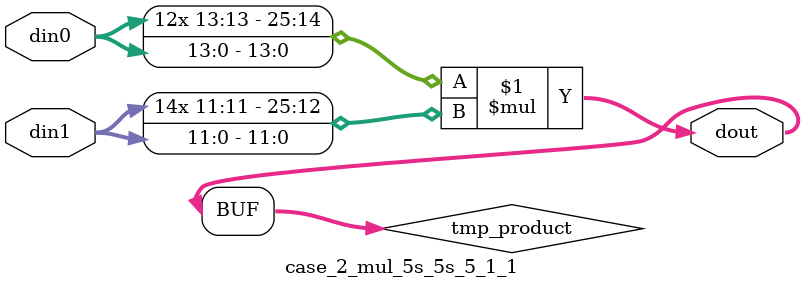
<source format=v>

`timescale 1 ns / 1 ps

 module case_2_mul_5s_5s_5_1_1(din0, din1, dout);
parameter ID = 1;
parameter NUM_STAGE = 0;
parameter din0_WIDTH = 14;
parameter din1_WIDTH = 12;
parameter dout_WIDTH = 26;

input [din0_WIDTH - 1 : 0] din0; 
input [din1_WIDTH - 1 : 0] din1; 
output [dout_WIDTH - 1 : 0] dout;

wire signed [dout_WIDTH - 1 : 0] tmp_product;



























assign tmp_product = $signed(din0) * $signed(din1);








assign dout = tmp_product;





















endmodule

</source>
